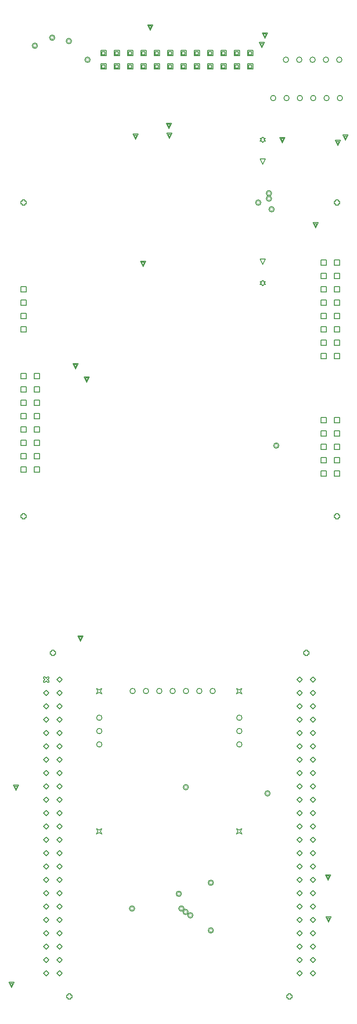
<source format=gbr>
G04 Layer_Color=2752767*
%FSLAX26Y26*%
%MOIN*%
%TF.FileFunction,Drawing*%
%TF.Part,Single*%
G01*
G75*
%TA.AperFunction,NonConductor*%
%ADD47C,0.005000*%
%ADD102C,0.006667*%
%ADD103C,0.004000*%
D47*
X-20000Y1580000D02*
X-20000Y1620000D01*
X20000Y1620000D01*
X20000Y1580000D01*
X-20000Y1580000D01*
X-20000Y1480000D02*
X-20000Y1520000D01*
X20000Y1520000D01*
X20000Y1480000D01*
X-20000Y1480000D01*
X-20000Y1680000D02*
X-20000Y1720000D01*
X20000Y1720000D01*
X20000Y1680000D01*
X-20000Y1680000D01*
X-20000Y1380000D02*
X-20000Y1420000D01*
X20000Y1420000D01*
X20000Y1380000D01*
X-20000Y1380000D01*
X2330000Y700000D02*
X2330000Y740000D01*
X2370000Y740000D01*
X2370000Y700000D01*
X2330000Y700000D01*
X2330000Y600000D02*
X2330000Y640000D01*
X2370000Y640000D01*
X2370000Y600000D01*
X2330000Y600000D01*
X2330000Y500000D02*
X2330000Y540000D01*
X2370000Y540000D01*
X2370000Y500000D01*
X2330000Y500000D01*
X2330000Y400000D02*
X2330000Y440000D01*
X2370000Y440000D01*
X2370000Y400000D01*
X2330000Y400000D01*
X2330000Y300000D02*
X2330000Y340000D01*
X2370000Y340000D01*
X2370000Y300000D01*
X2330000Y300000D01*
X2230000Y700000D02*
X2230000Y740000D01*
X2270000Y740000D01*
X2270000Y700000D01*
X2230000Y700000D01*
X2230000Y600000D02*
X2230000Y640000D01*
X2270000Y640000D01*
X2270000Y600000D01*
X2230000Y600000D01*
X2230000Y500000D02*
X2230000Y540000D01*
X2270000Y540000D01*
X2270000Y500000D01*
X2230000Y500000D01*
X2230000Y400000D02*
X2230000Y440000D01*
X2270000Y440000D01*
X2270000Y400000D01*
X2230000Y400000D01*
X2230000Y300000D02*
X2230000Y340000D01*
X2270000Y340000D01*
X2270000Y300000D01*
X2230000Y300000D01*
X2230000Y1880000D02*
X2230000Y1920000D01*
X2270000Y1920000D01*
X2270000Y1880000D01*
X2230000Y1880000D01*
X2230000Y1780000D02*
X2230000Y1820000D01*
X2270000Y1820000D01*
X2270000Y1780000D01*
X2230000Y1780000D01*
X2230000Y1680000D02*
X2230000Y1720000D01*
X2270000Y1720000D01*
X2270000Y1680000D01*
X2230000Y1680000D01*
X2230000Y1580000D02*
X2230000Y1620000D01*
X2270000Y1620000D01*
X2270000Y1580000D01*
X2230000Y1580000D01*
X2230000Y1480000D02*
X2230000Y1520000D01*
X2270000Y1520000D01*
X2270000Y1480000D01*
X2230000Y1480000D01*
X2330000Y1880000D02*
X2330000Y1920000D01*
X2370000Y1920000D01*
X2370000Y1880000D01*
X2330000Y1880000D01*
X2330000Y1780000D02*
X2330000Y1820000D01*
X2370000Y1820000D01*
X2370000Y1780000D01*
X2330000Y1780000D01*
X2330000Y1680000D02*
X2330000Y1720000D01*
X2370000Y1720000D01*
X2370000Y1680000D01*
X2330000Y1680000D01*
X2330000Y1580000D02*
X2330000Y1620000D01*
X2370000Y1620000D01*
X2370000Y1580000D01*
X2330000Y1580000D01*
X2330000Y1480000D02*
X2330000Y1520000D01*
X2370000Y1520000D01*
X2370000Y1480000D01*
X2330000Y1480000D01*
X2230000Y1380000D02*
X2230000Y1420000D01*
X2270000Y1420000D01*
X2270000Y1380000D01*
X2230000Y1380000D01*
X2230000Y1280000D02*
X2230000Y1320000D01*
X2270000Y1320000D01*
X2270000Y1280000D01*
X2230000Y1280000D01*
X2230000Y1180000D02*
X2230000Y1220000D01*
X2270000Y1220000D01*
X2270000Y1180000D01*
X2230000Y1180000D01*
X2330000Y1380000D02*
X2330000Y1420000D01*
X2370000Y1420000D01*
X2370000Y1380000D01*
X2330000Y1380000D01*
X2330000Y1280000D02*
X2330000Y1320000D01*
X2370000Y1320000D01*
X2370000Y1280000D01*
X2330000Y1280000D01*
X2330000Y1180000D02*
X2330000Y1220000D01*
X2370000Y1220000D01*
X2370000Y1180000D01*
X2330000Y1180000D01*
X-20000Y1030000D02*
X-20000Y1070000D01*
X20000Y1070000D01*
X20000Y1030000D01*
X-20000Y1030000D01*
X-20000Y930000D02*
X-20000Y970000D01*
X20000Y970000D01*
X20000Y930000D01*
X-20000Y930000D01*
X-20000Y830000D02*
X-20000Y870000D01*
X20000Y870000D01*
X20000Y830000D01*
X-20000Y830000D01*
X-20000Y730000D02*
X-20000Y770000D01*
X20000Y770000D01*
X20000Y730000D01*
X-20000Y730000D01*
X-20000Y630000D02*
X-20000Y670000D01*
X20000Y670000D01*
X20000Y630000D01*
X-20000Y630000D01*
X80000Y1030000D02*
X80000Y1070000D01*
X120000Y1070000D01*
X120000Y1030000D01*
X80000Y1030000D01*
X80000Y930000D02*
X80000Y970000D01*
X120000Y970000D01*
X120000Y930000D01*
X80000Y930000D01*
X80000Y830000D02*
X80000Y870000D01*
X120000Y870000D01*
X120000Y830000D01*
X80000Y830000D01*
X80000Y730000D02*
X80000Y770000D01*
X120000Y770000D01*
X120000Y730000D01*
X80000Y730000D01*
X80000Y630000D02*
X80000Y670000D01*
X120000Y670000D01*
X120000Y630000D01*
X80000Y630000D01*
X-20000Y530000D02*
X-20000Y570000D01*
X20000Y570000D01*
X20000Y530000D01*
X-20000Y530000D01*
X-20000Y430000D02*
X-20000Y470000D01*
X20000Y470000D01*
X20000Y430000D01*
X-20000Y430000D01*
X-20000Y330000D02*
X-20000Y370000D01*
X20000Y370000D01*
X20000Y330000D01*
X-20000Y330000D01*
X80000Y530000D02*
X80000Y570000D01*
X120000Y570000D01*
X120000Y530000D01*
X80000Y530000D01*
X80000Y430000D02*
X80000Y470000D01*
X120000Y470000D01*
X120000Y430000D01*
X80000Y430000D01*
X80000Y330000D02*
X80000Y370000D01*
X120000Y370000D01*
X120000Y330000D01*
X80000Y330000D01*
X1792597Y1888660D02*
X1772597Y1928660D01*
X1812597Y1928660D01*
X1792597Y1888660D01*
X1794197Y2637260D02*
X1774197Y2677260D01*
X1814197Y2677260D01*
X1794197Y2637260D01*
X1794197Y2799160D02*
X1804197Y2809160D01*
X1814197Y2809160D01*
X1804197Y2819160D01*
X1814197Y2829160D01*
X1804197Y2829160D01*
X1794197Y2839160D01*
X1784197Y2829160D01*
X1774197Y2829160D01*
X1784197Y2819160D01*
X1774197Y2809160D01*
X1784197Y2809160D01*
X1794197Y2799160D01*
X1794197Y1726760D02*
X1804197Y1736760D01*
X1814197Y1736760D01*
X1804197Y1746760D01*
X1814197Y1756760D01*
X1804197Y1756760D01*
X1794197Y1766760D01*
X1784197Y1756760D01*
X1774197Y1756760D01*
X1784197Y1746760D01*
X1774197Y1736760D01*
X1784197Y1736760D01*
X1794197Y1726760D01*
X548149Y-1328322D02*
X558149Y-1308322D01*
X548149Y-1288322D01*
X568149Y-1298322D01*
X588149Y-1288322D01*
X578149Y-1308322D01*
X588149Y-1328322D01*
X568149Y-1318322D01*
X548149Y-1328322D01*
X1598149Y-2378322D02*
X1608149Y-2358322D01*
X1598149Y-2338322D01*
X1618149Y-2348322D01*
X1638149Y-2338322D01*
X1628149Y-2358322D01*
X1638149Y-2378322D01*
X1618149Y-2368322D01*
X1598149Y-2378322D01*
X1598149Y-1328322D02*
X1608149Y-1308322D01*
X1598149Y-1288322D01*
X1618149Y-1298322D01*
X1638149Y-1288322D01*
X1628149Y-1308322D01*
X1638149Y-1328322D01*
X1618149Y-1318322D01*
X1598149Y-1328322D01*
X548149Y-2378322D02*
X558149Y-2358322D01*
X548149Y-2338322D01*
X568149Y-2348322D01*
X588149Y-2338322D01*
X578149Y-2358322D01*
X588149Y-2378322D01*
X568149Y-2368322D01*
X548149Y-2378322D01*
X2340000Y-10000D02*
X2340000Y-20000D01*
X2360000Y-20000D01*
X2360000Y-10000D01*
X2370000Y-10000D01*
X2370000Y10000D01*
X2360000Y10000D01*
X2360000Y20000D01*
X2340000Y20000D01*
X2340000Y10000D01*
X2330000Y10000D01*
X2330000Y-10000D01*
X2340000Y-10000D01*
X2340000Y2340000D02*
X2340000Y2330000D01*
X2360000Y2330000D01*
X2360000Y2340000D01*
X2370000Y2340000D01*
X2370000Y2360000D01*
X2360000Y2360000D01*
X2360000Y2370000D01*
X2340000Y2370000D01*
X2340000Y2360000D01*
X2330000Y2360000D01*
X2330000Y2340000D01*
X2340000Y2340000D01*
X-10000Y-10000D02*
X-10000Y-20000D01*
X10000Y-20000D01*
X10000Y-10000D01*
X20000Y-10000D01*
X20000Y10000D01*
X10000Y10000D01*
X10000Y20000D01*
X-10000Y20000D01*
X-10000Y10000D01*
X-20000Y10000D01*
X-20000Y-10000D01*
X-10000Y-10000D01*
X-10000Y2340000D02*
X-10000Y2330000D01*
X10000Y2330000D01*
X10000Y2340000D01*
X20000Y2340000D01*
X20000Y2360000D01*
X10000Y2360000D01*
X10000Y2370000D01*
X-10000Y2370000D01*
X-10000Y2360000D01*
X-20000Y2360000D01*
X-20000Y2340000D01*
X-10000Y2340000D01*
X150000Y-1242500D02*
X160000Y-1242500D01*
X170000Y-1232500D01*
X180000Y-1242500D01*
X190000Y-1242500D01*
X190000Y-1232500D01*
X180000Y-1222500D01*
X190000Y-1212500D01*
X190000Y-1202500D01*
X180000Y-1202500D01*
X170000Y-1212500D01*
X160000Y-1202500D01*
X150000Y-1202500D01*
X150000Y-1212500D01*
X160000Y-1222500D01*
X150000Y-1232500D01*
X150000Y-1242500D01*
X2050000Y-3422500D02*
X2070000Y-3402500D01*
X2090000Y-3422500D01*
X2070000Y-3442500D01*
X2050000Y-3422500D01*
X2050000Y-3322500D02*
X2070000Y-3302500D01*
X2090000Y-3322500D01*
X2070000Y-3342500D01*
X2050000Y-3322500D01*
X2050000Y-3222500D02*
X2070000Y-3202500D01*
X2090000Y-3222500D01*
X2070000Y-3242500D01*
X2050000Y-3222500D01*
X2050000Y-3122500D02*
X2070000Y-3102500D01*
X2090000Y-3122500D01*
X2070000Y-3142500D01*
X2050000Y-3122500D01*
X2050000Y-3022500D02*
X2070000Y-3002500D01*
X2090000Y-3022500D01*
X2070000Y-3042500D01*
X2050000Y-3022500D01*
X2050000Y-2922500D02*
X2070000Y-2902500D01*
X2090000Y-2922500D01*
X2070000Y-2942500D01*
X2050000Y-2922500D01*
X2050000Y-2822500D02*
X2070000Y-2802500D01*
X2090000Y-2822500D01*
X2070000Y-2842500D01*
X2050000Y-2822500D01*
X2050000Y-2722500D02*
X2070000Y-2702500D01*
X2090000Y-2722500D01*
X2070000Y-2742500D01*
X2050000Y-2722500D01*
X2050000Y-2622500D02*
X2070000Y-2602500D01*
X2090000Y-2622500D01*
X2070000Y-2642500D01*
X2050000Y-2622500D01*
X2050000Y-2522500D02*
X2070000Y-2502500D01*
X2090000Y-2522500D01*
X2070000Y-2542500D01*
X2050000Y-2522500D01*
X2050000Y-2422500D02*
X2070000Y-2402500D01*
X2090000Y-2422500D01*
X2070000Y-2442500D01*
X2050000Y-2422500D01*
X2050000Y-2322500D02*
X2070000Y-2302500D01*
X2090000Y-2322500D01*
X2070000Y-2342500D01*
X2050000Y-2322500D01*
X2050000Y-2222500D02*
X2070000Y-2202500D01*
X2090000Y-2222500D01*
X2070000Y-2242500D01*
X2050000Y-2222500D01*
X2050000Y-2122500D02*
X2070000Y-2102500D01*
X2090000Y-2122500D01*
X2070000Y-2142500D01*
X2050000Y-2122500D01*
X2050000Y-2022500D02*
X2070000Y-2002500D01*
X2090000Y-2022500D01*
X2070000Y-2042500D01*
X2050000Y-2022500D01*
X2050000Y-1922500D02*
X2070000Y-1902500D01*
X2090000Y-1922500D01*
X2070000Y-1942500D01*
X2050000Y-1922500D01*
X2050000Y-1822500D02*
X2070000Y-1802500D01*
X2090000Y-1822500D01*
X2070000Y-1842500D01*
X2050000Y-1822500D01*
X2050000Y-1722500D02*
X2070000Y-1702500D01*
X2090000Y-1722500D01*
X2070000Y-1742500D01*
X2050000Y-1722500D01*
X2050000Y-1622500D02*
X2070000Y-1602500D01*
X2090000Y-1622500D01*
X2070000Y-1642500D01*
X2050000Y-1622500D01*
X2050000Y-1522500D02*
X2070000Y-1502500D01*
X2090000Y-1522500D01*
X2070000Y-1542500D01*
X2050000Y-1522500D01*
X2050000Y-1422500D02*
X2070000Y-1402500D01*
X2090000Y-1422500D01*
X2070000Y-1442500D01*
X2050000Y-1422500D01*
X2050000Y-1322500D02*
X2070000Y-1302500D01*
X2090000Y-1322500D01*
X2070000Y-1342500D01*
X2050000Y-1322500D01*
X2150000Y-3422500D02*
X2170000Y-3402500D01*
X2190000Y-3422500D01*
X2170000Y-3442500D01*
X2150000Y-3422500D01*
X2150000Y-3322500D02*
X2170000Y-3302500D01*
X2190000Y-3322500D01*
X2170000Y-3342500D01*
X2150000Y-3322500D01*
X2150000Y-3222500D02*
X2170000Y-3202500D01*
X2190000Y-3222500D01*
X2170000Y-3242500D01*
X2150000Y-3222500D01*
X2150000Y-3122500D02*
X2170000Y-3102500D01*
X2190000Y-3122500D01*
X2170000Y-3142500D01*
X2150000Y-3122500D01*
X2150000Y-3022500D02*
X2170000Y-3002500D01*
X2190000Y-3022500D01*
X2170000Y-3042500D01*
X2150000Y-3022500D01*
X2150000Y-2922500D02*
X2170000Y-2902500D01*
X2190000Y-2922500D01*
X2170000Y-2942500D01*
X2150000Y-2922500D01*
X2150000Y-2822500D02*
X2170000Y-2802500D01*
X2190000Y-2822500D01*
X2170000Y-2842500D01*
X2150000Y-2822500D01*
X2150000Y-2722500D02*
X2170000Y-2702500D01*
X2190000Y-2722500D01*
X2170000Y-2742500D01*
X2150000Y-2722500D01*
X2150000Y-2622500D02*
X2170000Y-2602500D01*
X2190000Y-2622500D01*
X2170000Y-2642500D01*
X2150000Y-2622500D01*
X2150000Y-2522500D02*
X2170000Y-2502500D01*
X2190000Y-2522500D01*
X2170000Y-2542500D01*
X2150000Y-2522500D01*
X2150000Y-2422500D02*
X2170000Y-2402500D01*
X2190000Y-2422500D01*
X2170000Y-2442500D01*
X2150000Y-2422500D01*
X2150000Y-2322500D02*
X2170000Y-2302500D01*
X2190000Y-2322500D01*
X2170000Y-2342500D01*
X2150000Y-2322500D01*
X2150000Y-2222500D02*
X2170000Y-2202500D01*
X2190000Y-2222500D01*
X2170000Y-2242500D01*
X2150000Y-2222500D01*
X2150000Y-2122500D02*
X2170000Y-2102500D01*
X2190000Y-2122500D01*
X2170000Y-2142500D01*
X2150000Y-2122500D01*
X2150000Y-2022500D02*
X2170000Y-2002500D01*
X2190000Y-2022500D01*
X2170000Y-2042500D01*
X2150000Y-2022500D01*
X2150000Y-1922500D02*
X2170000Y-1902500D01*
X2190000Y-1922500D01*
X2170000Y-1942500D01*
X2150000Y-1922500D01*
X2150000Y-1822500D02*
X2170000Y-1802500D01*
X2190000Y-1822500D01*
X2170000Y-1842500D01*
X2150000Y-1822500D01*
X2150000Y-1722500D02*
X2170000Y-1702500D01*
X2190000Y-1722500D01*
X2170000Y-1742500D01*
X2150000Y-1722500D01*
X2150000Y-1622500D02*
X2170000Y-1602500D01*
X2190000Y-1622500D01*
X2170000Y-1642500D01*
X2150000Y-1622500D01*
X2150000Y-1522500D02*
X2170000Y-1502500D01*
X2190000Y-1522500D01*
X2170000Y-1542500D01*
X2150000Y-1522500D01*
X2150000Y-1422500D02*
X2170000Y-1402500D01*
X2190000Y-1422500D01*
X2170000Y-1442500D01*
X2150000Y-1422500D01*
X2150000Y-1322500D02*
X2170000Y-1302500D01*
X2190000Y-1322500D01*
X2170000Y-1342500D01*
X2150000Y-1322500D01*
X2150000Y-1222500D02*
X2170000Y-1202500D01*
X2190000Y-1222500D01*
X2170000Y-1242500D01*
X2150000Y-1222500D01*
X2050000Y-1222500D02*
X2070000Y-1202500D01*
X2090000Y-1222500D01*
X2070000Y-1242500D01*
X2050000Y-1222500D01*
X150000Y-3422500D02*
X170000Y-3402500D01*
X190000Y-3422500D01*
X170000Y-3442500D01*
X150000Y-3422500D01*
X150000Y-3322500D02*
X170000Y-3302500D01*
X190000Y-3322500D01*
X170000Y-3342500D01*
X150000Y-3322500D01*
X150000Y-3222500D02*
X170000Y-3202500D01*
X190000Y-3222500D01*
X170000Y-3242500D01*
X150000Y-3222500D01*
X150000Y-3122500D02*
X170000Y-3102500D01*
X190000Y-3122500D01*
X170000Y-3142500D01*
X150000Y-3122500D01*
X150000Y-3022500D02*
X170000Y-3002500D01*
X190000Y-3022500D01*
X170000Y-3042500D01*
X150000Y-3022500D01*
X150000Y-2922500D02*
X170000Y-2902500D01*
X190000Y-2922500D01*
X170000Y-2942500D01*
X150000Y-2922500D01*
X150000Y-2822500D02*
X170000Y-2802500D01*
X190000Y-2822500D01*
X170000Y-2842500D01*
X150000Y-2822500D01*
X150000Y-2722500D02*
X170000Y-2702500D01*
X190000Y-2722500D01*
X170000Y-2742500D01*
X150000Y-2722500D01*
X150000Y-2622500D02*
X170000Y-2602500D01*
X190000Y-2622500D01*
X170000Y-2642500D01*
X150000Y-2622500D01*
X150000Y-2522500D02*
X170000Y-2502500D01*
X190000Y-2522500D01*
X170000Y-2542500D01*
X150000Y-2522500D01*
X150000Y-2422500D02*
X170000Y-2402500D01*
X190000Y-2422500D01*
X170000Y-2442500D01*
X150000Y-2422500D01*
X150000Y-2322500D02*
X170000Y-2302500D01*
X190000Y-2322500D01*
X170000Y-2342500D01*
X150000Y-2322500D01*
X150000Y-2222500D02*
X170000Y-2202500D01*
X190000Y-2222500D01*
X170000Y-2242500D01*
X150000Y-2222500D01*
X150000Y-2122500D02*
X170000Y-2102500D01*
X190000Y-2122500D01*
X170000Y-2142500D01*
X150000Y-2122500D01*
X150000Y-2022500D02*
X170000Y-2002500D01*
X190000Y-2022500D01*
X170000Y-2042500D01*
X150000Y-2022500D01*
X150000Y-1922500D02*
X170000Y-1902500D01*
X190000Y-1922500D01*
X170000Y-1942500D01*
X150000Y-1922500D01*
X150000Y-1822500D02*
X170000Y-1802500D01*
X190000Y-1822500D01*
X170000Y-1842500D01*
X150000Y-1822500D01*
X150000Y-1722500D02*
X170000Y-1702500D01*
X190000Y-1722500D01*
X170000Y-1742500D01*
X150000Y-1722500D01*
X150000Y-1622500D02*
X170000Y-1602500D01*
X190000Y-1622500D01*
X170000Y-1642500D01*
X150000Y-1622500D01*
X150000Y-1522500D02*
X170000Y-1502500D01*
X190000Y-1522500D01*
X170000Y-1542500D01*
X150000Y-1522500D01*
X150000Y-1422500D02*
X170000Y-1402500D01*
X190000Y-1422500D01*
X170000Y-1442500D01*
X150000Y-1422500D01*
X150000Y-1322500D02*
X170000Y-1302500D01*
X190000Y-1322500D01*
X170000Y-1342500D01*
X150000Y-1322500D01*
X250000Y-3422500D02*
X270000Y-3402500D01*
X290000Y-3422500D01*
X270000Y-3442500D01*
X250000Y-3422500D01*
X250000Y-3322500D02*
X270000Y-3302500D01*
X290000Y-3322500D01*
X270000Y-3342500D01*
X250000Y-3322500D01*
X250000Y-3222500D02*
X270000Y-3202500D01*
X290000Y-3222500D01*
X270000Y-3242500D01*
X250000Y-3222500D01*
X250000Y-3122500D02*
X270000Y-3102500D01*
X290000Y-3122500D01*
X270000Y-3142500D01*
X250000Y-3122500D01*
X250000Y-3022500D02*
X270000Y-3002500D01*
X290000Y-3022500D01*
X270000Y-3042500D01*
X250000Y-3022500D01*
X250000Y-2922500D02*
X270000Y-2902500D01*
X290000Y-2922500D01*
X270000Y-2942500D01*
X250000Y-2922500D01*
X250000Y-2822500D02*
X270000Y-2802500D01*
X290000Y-2822500D01*
X270000Y-2842500D01*
X250000Y-2822500D01*
X250000Y-2722500D02*
X270000Y-2702500D01*
X290000Y-2722500D01*
X270000Y-2742500D01*
X250000Y-2722500D01*
X250000Y-2622500D02*
X270000Y-2602500D01*
X290000Y-2622500D01*
X270000Y-2642500D01*
X250000Y-2622500D01*
X250000Y-2522500D02*
X270000Y-2502500D01*
X290000Y-2522500D01*
X270000Y-2542500D01*
X250000Y-2522500D01*
X250000Y-2422500D02*
X270000Y-2402500D01*
X290000Y-2422500D01*
X270000Y-2442500D01*
X250000Y-2422500D01*
X250000Y-2322500D02*
X270000Y-2302500D01*
X290000Y-2322500D01*
X270000Y-2342500D01*
X250000Y-2322500D01*
X250000Y-2222500D02*
X270000Y-2202500D01*
X290000Y-2222500D01*
X270000Y-2242500D01*
X250000Y-2222500D01*
X250000Y-2122500D02*
X270000Y-2102500D01*
X290000Y-2122500D01*
X270000Y-2142500D01*
X250000Y-2122500D01*
X250000Y-2022500D02*
X270000Y-2002500D01*
X290000Y-2022500D01*
X270000Y-2042500D01*
X250000Y-2022500D01*
X250000Y-1922500D02*
X270000Y-1902500D01*
X290000Y-1922500D01*
X270000Y-1942500D01*
X250000Y-1922500D01*
X250000Y-1822500D02*
X270000Y-1802500D01*
X290000Y-1822500D01*
X270000Y-1842500D01*
X250000Y-1822500D01*
X250000Y-1722500D02*
X270000Y-1702500D01*
X290000Y-1722500D01*
X270000Y-1742500D01*
X250000Y-1722500D01*
X250000Y-1622500D02*
X270000Y-1602500D01*
X290000Y-1622500D01*
X270000Y-1642500D01*
X250000Y-1622500D01*
X250000Y-1522500D02*
X270000Y-1502500D01*
X290000Y-1522500D01*
X270000Y-1542500D01*
X250000Y-1522500D01*
X250000Y-1422500D02*
X270000Y-1402500D01*
X290000Y-1422500D01*
X270000Y-1442500D01*
X250000Y-1422500D01*
X250000Y-1322500D02*
X270000Y-1302500D01*
X290000Y-1322500D01*
X270000Y-1342500D01*
X250000Y-1322500D01*
X250000Y-1222500D02*
X270000Y-1202500D01*
X290000Y-1222500D01*
X270000Y-1242500D01*
X250000Y-1222500D01*
X335000Y-3607500D02*
X335000Y-3617500D01*
X355000Y-3617500D01*
X355000Y-3607500D01*
X365000Y-3607500D01*
X365000Y-3587500D01*
X355000Y-3587500D01*
X355000Y-3577500D01*
X335000Y-3577500D01*
X335000Y-3587500D01*
X325000Y-3587500D01*
X325000Y-3607500D01*
X335000Y-3607500D01*
X1985000Y-3607500D02*
X1985000Y-3617500D01*
X2005000Y-3617500D01*
X2005000Y-3607500D01*
X2015000Y-3607500D01*
X2015000Y-3587500D01*
X2005000Y-3587500D01*
X2005000Y-3577500D01*
X1985000Y-3577500D01*
X1985000Y-3587500D01*
X1975000Y-3587500D01*
X1975000Y-3607500D01*
X1985000Y-3607500D01*
X2110000Y-1032500D02*
X2110000Y-1042500D01*
X2130000Y-1042500D01*
X2130000Y-1032500D01*
X2140000Y-1032500D01*
X2140000Y-1012500D01*
X2130000Y-1012500D01*
X2130000Y-1002500D01*
X2110000Y-1002500D01*
X2110000Y-1012500D01*
X2100000Y-1012500D01*
X2100000Y-1032500D01*
X2110000Y-1032500D01*
X210000Y-1032500D02*
X210000Y-1042500D01*
X230000Y-1042500D01*
X230000Y-1032500D01*
X240000Y-1032500D01*
X240000Y-1012500D01*
X230000Y-1012500D01*
X230000Y-1002500D01*
X210000Y-1002500D01*
X210000Y-1012500D01*
X200000Y-1012500D01*
X200000Y-1032500D01*
X210000Y-1032500D01*
X580000Y3450000D02*
X580000Y3490000D01*
X620000Y3490000D01*
X620000Y3450000D01*
X580000Y3450000D01*
X588000Y3458000D02*
X588000Y3482000D01*
X612000Y3482000D01*
X612000Y3458000D01*
X588000Y3458000D01*
X580000Y3350000D02*
X580000Y3390000D01*
X620000Y3390000D01*
X620000Y3350000D01*
X580000Y3350000D01*
X588000Y3358000D02*
X588000Y3382000D01*
X612000Y3382000D01*
X612000Y3358000D01*
X588000Y3358000D01*
X1680000Y3450000D02*
X1680000Y3490000D01*
X1720000Y3490000D01*
X1720000Y3450000D01*
X1680000Y3450000D01*
X1688000Y3458000D02*
X1688000Y3482000D01*
X1712000Y3482000D01*
X1712000Y3458000D01*
X1688000Y3458000D01*
X1580000Y3450000D02*
X1580000Y3490000D01*
X1620000Y3490000D01*
X1620000Y3450000D01*
X1580000Y3450000D01*
X1588000Y3458000D02*
X1588000Y3482000D01*
X1612000Y3482000D01*
X1612000Y3458000D01*
X1588000Y3458000D01*
X1480000Y3450000D02*
X1480000Y3490000D01*
X1520000Y3490000D01*
X1520000Y3450000D01*
X1480000Y3450000D01*
X1488000Y3458000D02*
X1488000Y3482000D01*
X1512000Y3482000D01*
X1512000Y3458000D01*
X1488000Y3458000D01*
X1380000Y3450000D02*
X1380000Y3490000D01*
X1420000Y3490000D01*
X1420000Y3450000D01*
X1380000Y3450000D01*
X1388000Y3458000D02*
X1388000Y3482000D01*
X1412000Y3482000D01*
X1412000Y3458000D01*
X1388000Y3458000D01*
X1280000Y3450000D02*
X1280000Y3490000D01*
X1320000Y3490000D01*
X1320000Y3450000D01*
X1280000Y3450000D01*
X1288000Y3458000D02*
X1288000Y3482000D01*
X1312000Y3482000D01*
X1312000Y3458000D01*
X1288000Y3458000D01*
X1180000Y3450000D02*
X1180000Y3490000D01*
X1220000Y3490000D01*
X1220000Y3450000D01*
X1180000Y3450000D01*
X1188000Y3458000D02*
X1188000Y3482000D01*
X1212000Y3482000D01*
X1212000Y3458000D01*
X1188000Y3458000D01*
X1080000Y3450000D02*
X1080000Y3490000D01*
X1120000Y3490000D01*
X1120000Y3450000D01*
X1080000Y3450000D01*
X1088000Y3458000D02*
X1088000Y3482000D01*
X1112000Y3482000D01*
X1112000Y3458000D01*
X1088000Y3458000D01*
X980000Y3450000D02*
X980000Y3490000D01*
X1020000Y3490000D01*
X1020000Y3450000D01*
X980000Y3450000D01*
X988000Y3458000D02*
X988000Y3482000D01*
X1012000Y3482000D01*
X1012000Y3458000D01*
X988000Y3458000D01*
X880000Y3450000D02*
X880000Y3490000D01*
X920000Y3490000D01*
X920000Y3450000D01*
X880000Y3450000D01*
X888000Y3458000D02*
X888000Y3482000D01*
X912000Y3482000D01*
X912000Y3458000D01*
X888000Y3458000D01*
X780000Y3450000D02*
X780000Y3490000D01*
X820000Y3490000D01*
X820000Y3450000D01*
X780000Y3450000D01*
X788000Y3458000D02*
X788000Y3482000D01*
X812000Y3482000D01*
X812000Y3458000D01*
X788000Y3458000D01*
X1680000Y3350000D02*
X1680000Y3390000D01*
X1720000Y3390000D01*
X1720000Y3350000D01*
X1680000Y3350000D01*
X1688000Y3358000D02*
X1688000Y3382000D01*
X1712000Y3382000D01*
X1712000Y3358000D01*
X1688000Y3358000D01*
X1580000Y3350000D02*
X1580000Y3390000D01*
X1620000Y3390000D01*
X1620000Y3350000D01*
X1580000Y3350000D01*
X1588000Y3358000D02*
X1588000Y3382000D01*
X1612000Y3382000D01*
X1612000Y3358000D01*
X1588000Y3358000D01*
X1480000Y3350000D02*
X1480000Y3390000D01*
X1520000Y3390000D01*
X1520000Y3350000D01*
X1480000Y3350000D01*
X1488000Y3358000D02*
X1488000Y3382000D01*
X1512000Y3382000D01*
X1512000Y3358000D01*
X1488000Y3358000D01*
X1380000Y3350000D02*
X1380000Y3390000D01*
X1420000Y3390000D01*
X1420000Y3350000D01*
X1380000Y3350000D01*
X1388000Y3358000D02*
X1388000Y3382000D01*
X1412000Y3382000D01*
X1412000Y3358000D01*
X1388000Y3358000D01*
X1280000Y3350000D02*
X1280000Y3390000D01*
X1320000Y3390000D01*
X1320000Y3350000D01*
X1280000Y3350000D01*
X1288000Y3358000D02*
X1288000Y3382000D01*
X1312000Y3382000D01*
X1312000Y3358000D01*
X1288000Y3358000D01*
X1180000Y3350000D02*
X1180000Y3390000D01*
X1220000Y3390000D01*
X1220000Y3350000D01*
X1180000Y3350000D01*
X1188000Y3358000D02*
X1188000Y3382000D01*
X1212000Y3382000D01*
X1212000Y3358000D01*
X1188000Y3358000D01*
X1080000Y3350000D02*
X1080000Y3390000D01*
X1120000Y3390000D01*
X1120000Y3350000D01*
X1080000Y3350000D01*
X1088000Y3358000D02*
X1088000Y3382000D01*
X1112000Y3382000D01*
X1112000Y3358000D01*
X1088000Y3358000D01*
X980000Y3350000D02*
X980000Y3390000D01*
X1020000Y3390000D01*
X1020000Y3350000D01*
X980000Y3350000D01*
X988000Y3358000D02*
X988000Y3382000D01*
X1012000Y3382000D01*
X1012000Y3358000D01*
X988000Y3358000D01*
X880000Y3350000D02*
X880000Y3390000D01*
X920000Y3390000D01*
X920000Y3350000D01*
X880000Y3350000D01*
X888000Y3358000D02*
X888000Y3382000D01*
X912000Y3382000D01*
X912000Y3358000D01*
X888000Y3358000D01*
X780000Y3350000D02*
X780000Y3390000D01*
X820000Y3390000D01*
X820000Y3350000D01*
X780000Y3350000D01*
X788000Y3358000D02*
X788000Y3382000D01*
X812000Y3382000D01*
X812000Y3358000D01*
X788000Y3358000D01*
X680000Y3350000D02*
X680000Y3390000D01*
X720000Y3390000D01*
X720000Y3350000D01*
X680000Y3350000D01*
X688000Y3358000D02*
X688000Y3382000D01*
X712000Y3382000D01*
X712000Y3358000D01*
X688000Y3358000D01*
X680000Y3450000D02*
X680000Y3490000D01*
X720000Y3490000D01*
X720000Y3450000D01*
X680000Y3450000D01*
X688000Y3458000D02*
X688000Y3482000D01*
X712000Y3482000D01*
X712000Y3458000D01*
X688000Y3458000D01*
X390000Y1105000D02*
X370000Y1145000D01*
X410000Y1145000D01*
X390000Y1105000D01*
X390000Y1113000D02*
X378000Y1137000D01*
X402000Y1137000D01*
X390000Y1113000D01*
X475000Y1005000D02*
X455000Y1045000D01*
X495000Y1045000D01*
X475000Y1005000D01*
X475000Y1013000D02*
X463000Y1037000D01*
X487000Y1037000D01*
X475000Y1013000D01*
X896000Y1871000D02*
X876000Y1911000D01*
X916000Y1911000D01*
X896000Y1871000D01*
X896000Y1879000D02*
X884000Y1903000D01*
X908000Y1903000D01*
X896000Y1879000D01*
X427000Y-935000D02*
X407000Y-895000D01*
X447000Y-895000D01*
X427000Y-935000D01*
X427000Y-927000D02*
X415000Y-903000D01*
X439000Y-903000D01*
X427000Y-927000D01*
X840000Y2823000D02*
X820000Y2863000D01*
X860000Y2863000D01*
X840000Y2823000D01*
X840000Y2831000D02*
X828000Y2855000D01*
X852000Y2855000D01*
X840000Y2831000D01*
X1942000Y2799000D02*
X1922000Y2839000D01*
X1962000Y2839000D01*
X1942000Y2799000D01*
X1942000Y2807000D02*
X1930000Y2831000D01*
X1954000Y2831000D01*
X1942000Y2807000D01*
X2415000Y2817000D02*
X2395000Y2857000D01*
X2435000Y2857000D01*
X2415000Y2817000D01*
X2415000Y2825000D02*
X2403000Y2849000D01*
X2427000Y2849000D01*
X2415000Y2825000D01*
X2356000Y2776000D02*
X2336000Y2816000D01*
X2376000Y2816000D01*
X2356000Y2776000D01*
X2356000Y2784000D02*
X2344000Y2808000D01*
X2368000Y2808000D01*
X2356000Y2784000D01*
X2190000Y2160000D02*
X2170000Y2200000D01*
X2210000Y2200000D01*
X2190000Y2160000D01*
X2190000Y2168000D02*
X2178000Y2192000D01*
X2202000Y2192000D01*
X2190000Y2168000D01*
X1095000Y2830000D02*
X1075000Y2870000D01*
X1115000Y2870000D01*
X1095000Y2830000D01*
X1095000Y2838000D02*
X1083000Y2862000D01*
X1107000Y2862000D01*
X1095000Y2838000D01*
X1090000Y2905000D02*
X1070000Y2945000D01*
X1110000Y2945000D01*
X1090000Y2905000D01*
X1090000Y2913000D02*
X1078000Y2937000D01*
X1102000Y2937000D01*
X1090000Y2913000D01*
X2286323Y-3040189D02*
X2266323Y-3000189D01*
X2306323Y-3000189D01*
X2286323Y-3040189D01*
X2286323Y-3032189D02*
X2274323Y-3008189D01*
X2298323Y-3008189D01*
X2286323Y-3032189D01*
X2282386Y-2725228D02*
X2262386Y-2685228D01*
X2302386Y-2685228D01*
X2282386Y-2725228D01*
X2282386Y-2717228D02*
X2270386Y-2693228D01*
X2294386Y-2693228D01*
X2282386Y-2717228D01*
X-90000Y-3530000D02*
X-110000Y-3490000D01*
X-70000Y-3490000D01*
X-90000Y-3530000D01*
X-90000Y-3522000D02*
X-102000Y-3498000D01*
X-78000Y-3498000D01*
X-90000Y-3522000D01*
X-56000Y-2053000D02*
X-76000Y-2013000D01*
X-36000Y-2013000D01*
X-56000Y-2053000D01*
X-56000Y-2045000D02*
X-68000Y-2021000D01*
X-44000Y-2021000D01*
X-56000Y-2045000D01*
X1787000Y3510000D02*
X1767000Y3550000D01*
X1807000Y3550000D01*
X1787000Y3510000D01*
X1787000Y3518000D02*
X1775000Y3542000D01*
X1799000Y3542000D01*
X1787000Y3518000D01*
X949000Y3642000D02*
X929000Y3682000D01*
X969000Y3682000D01*
X949000Y3642000D01*
X949000Y3650000D02*
X937000Y3674000D01*
X961000Y3674000D01*
X949000Y3650000D01*
X1809000Y3581000D02*
X1789000Y3621000D01*
X1829000Y3621000D01*
X1809000Y3581000D01*
X1809000Y3589000D02*
X1797000Y3613000D01*
X1821000Y3613000D01*
X1809000Y3589000D01*
D102*
X2287425Y3420000D02*
G03*
X2287425Y3420000I-20000J0D01*
G01*
X2187425Y3420000D02*
G03*
X2187425Y3420000I-20000J0D01*
G01*
X2087425Y3420000D02*
G03*
X2087425Y3420000I-20000J0D01*
G01*
X1987425Y3420000D02*
G03*
X1987425Y3420000I-20000J0D01*
G01*
X2387425Y3420000D02*
G03*
X2387425Y3420000I-20000J0D01*
G01*
X838149Y-1308322D02*
G03*
X838149Y-1308322I-20000J0D01*
G01*
X938149Y-1308322D02*
G03*
X938149Y-1308322I-20000J0D01*
G01*
X1038149Y-1308322D02*
G03*
X1038149Y-1308322I-20000J0D01*
G01*
X1138149Y-1308322D02*
G03*
X1138149Y-1308322I-20000J0D01*
G01*
X1338149Y-1308322D02*
G03*
X1338149Y-1308322I-20000J0D01*
G01*
X1438149Y-1308322D02*
G03*
X1438149Y-1308322I-20000J0D01*
G01*
X1238149Y-1308322D02*
G03*
X1238149Y-1308322I-20000J0D01*
G01*
X588149Y-1508322D02*
G03*
X588149Y-1508322I-20000J0D01*
G01*
X588149Y-1608322D02*
G03*
X588149Y-1608322I-20000J0D01*
G01*
X588149Y-1708322D02*
G03*
X588149Y-1708322I-20000J0D01*
G01*
X1638149Y-1508322D02*
G03*
X1638149Y-1508322I-20000J0D01*
G01*
X1638149Y-1608322D02*
G03*
X1638149Y-1608322I-20000J0D01*
G01*
X1638149Y-1708322D02*
G03*
X1638149Y-1708322I-20000J0D01*
G01*
X1891999Y3133000D02*
G03*
X1891999Y3133000I-20000J0D01*
G01*
X1991999Y3133000D02*
G03*
X1991999Y3133000I-20000J0D01*
G01*
X2091999Y3133000D02*
G03*
X2091999Y3133000I-20000J0D01*
G01*
X2191999Y3133000D02*
G03*
X2191999Y3133000I-20000J0D01*
G01*
X2291999Y3133000D02*
G03*
X2291999Y3133000I-20000J0D01*
G01*
X2391999Y3133000D02*
G03*
X2391999Y3133000I-20000J0D01*
G01*
X1915000Y530000D02*
G03*
X1915000Y530000I-20000J0D01*
G01*
X1880000Y2300000D02*
G03*
X1880000Y2300000I-20000J0D01*
G01*
X1780000Y2350000D02*
G03*
X1780000Y2350000I-20000J0D01*
G01*
X1860000Y2380000D02*
G03*
X1860000Y2380000I-20000J0D01*
G01*
X1203961Y-2937512D02*
G03*
X1203961Y-2937512I-20000J0D01*
G01*
X1424433Y-2744598D02*
G03*
X1424433Y-2744598I-20000J0D01*
G01*
X1424433Y-3101370D02*
G03*
X1424433Y-3101370I-20000J0D01*
G01*
X833882Y-2937512D02*
G03*
X833882Y-2937512I-20000J0D01*
G01*
X1270890Y-2988693D02*
G03*
X1270890Y-2988693I-20000J0D01*
G01*
X1184276Y-2827276D02*
G03*
X1184276Y-2827276I-20000J0D01*
G01*
X1849630Y-2075307D02*
G03*
X1849630Y-2075307I-20000J0D01*
G01*
X1237000Y-2029000D02*
G03*
X1237000Y-2029000I-20000J0D01*
G01*
X1235000Y-2963000D02*
G03*
X1235000Y-2963000I-20000J0D01*
G01*
X500000Y3420000D02*
G03*
X500000Y3420000I-20000J0D01*
G01*
X360000Y3560000D02*
G03*
X360000Y3560000I-20000J0D01*
G01*
X235000Y3585000D02*
G03*
X235000Y3585000I-20000J0D01*
G01*
X105000Y3525000D02*
G03*
X105000Y3525000I-20000J0D01*
G01*
X1860000Y2420000D02*
G03*
X1860000Y2420000I-20000J0D01*
G01*
D103*
X1907000Y530000D02*
G03*
X1907000Y530000I-12000J0D01*
G01*
X1872000Y2300000D02*
G03*
X1872000Y2300000I-12000J0D01*
G01*
X1772000Y2350000D02*
G03*
X1772000Y2350000I-12000J0D01*
G01*
X1852000Y2380000D02*
G03*
X1852000Y2380000I-12000J0D01*
G01*
X1195961Y-2937512D02*
G03*
X1195961Y-2937512I-12000J0D01*
G01*
X1416433Y-2744598D02*
G03*
X1416433Y-2744598I-12000J0D01*
G01*
X1416433Y-3101370D02*
G03*
X1416433Y-3101370I-12000J0D01*
G01*
X825882Y-2937512D02*
G03*
X825882Y-2937512I-12000J0D01*
G01*
X1262890Y-2988693D02*
G03*
X1262890Y-2988693I-12000J0D01*
G01*
X1176276Y-2827276D02*
G03*
X1176276Y-2827276I-12000J0D01*
G01*
X1841630Y-2075307D02*
G03*
X1841630Y-2075307I-12000J0D01*
G01*
X1229000Y-2029000D02*
G03*
X1229000Y-2029000I-12000J0D01*
G01*
X1227000Y-2963000D02*
G03*
X1227000Y-2963000I-12000J0D01*
G01*
X492000Y3420000D02*
G03*
X492000Y3420000I-12000J0D01*
G01*
X352000Y3560000D02*
G03*
X352000Y3560000I-12000J0D01*
G01*
X227000Y3585000D02*
G03*
X227000Y3585000I-12000J0D01*
G01*
X97000Y3525000D02*
G03*
X97000Y3525000I-12000J0D01*
G01*
X1852000Y2420000D02*
G03*
X1852000Y2420000I-12000J0D01*
G01*
%TF.MD5,191b7e16398f77c28d2e8fc1a56ba2ff*%
M02*

</source>
